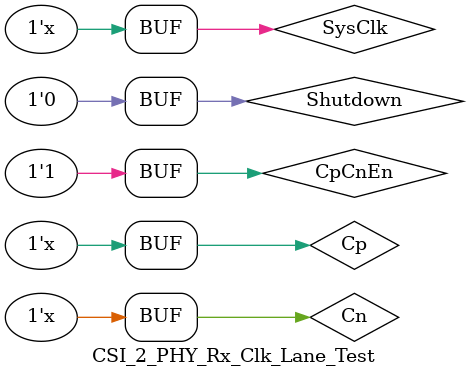
<source format=v>
`timescale 1ns / 1ps


module CSI_2_PHY_Rx_Clk_Lane_Test;

	// Inputs
	reg SysClk;
	reg Cp;
	reg Cn;
	reg Shutdown;
	
	// Differential Clock Signal Enable
	reg CpCnEn;

	// Outputs
	wire RxDDRClkHS;
	wire RxClkActiveHs;
	wire RxUlpmClk;
	wire Stopstate;

	// Instantiate the Unit Under Test (UUT)
	CSI_2_PHY_Rx_Clk_Lane uut (
		.SysClk(SysClk), 
		.Cp(Cp), 
		.Cn(Cn), 
		.Shutdown(Shutdown), 
		.RxDDRClkHS(RxDDRClkHS), 
		.RxClkActiveHs(RxClkActiveHs), 
		.RxUlpmClk(RxUlpmClk), 
		.Stopstate(Stopstate)
	);

	initial begin
		// Initialize Inputs
		SysClk = 0;
		Cp = 1;
		Cn = 0;
		CpCnEn = 1;
		Shutdown = 0;

		// Wait 100 ns for global reset to finish
		#100;
        
		// Add stimulus here
		
		// Wait 20 us and turn clock off to test RxClkActiveHs
		#20000 CpCnEn = 0;
		
		// Wait 20 us and turn clock back on to test RxClkActiveHs
		#20000 CpCnEn = 1;
	end
	
	// Simulate 100 MHz Clock in signal
	always begin
		#5 SysClk = !SysClk;
	end
	
	// Simulate 50 MHz Differential Clock in signal
	always begin
		#10
		if (CpCnEn) begin
			Cp = !Cp;
			Cn = !Cn;
		end
	end
      
endmodule


</source>
